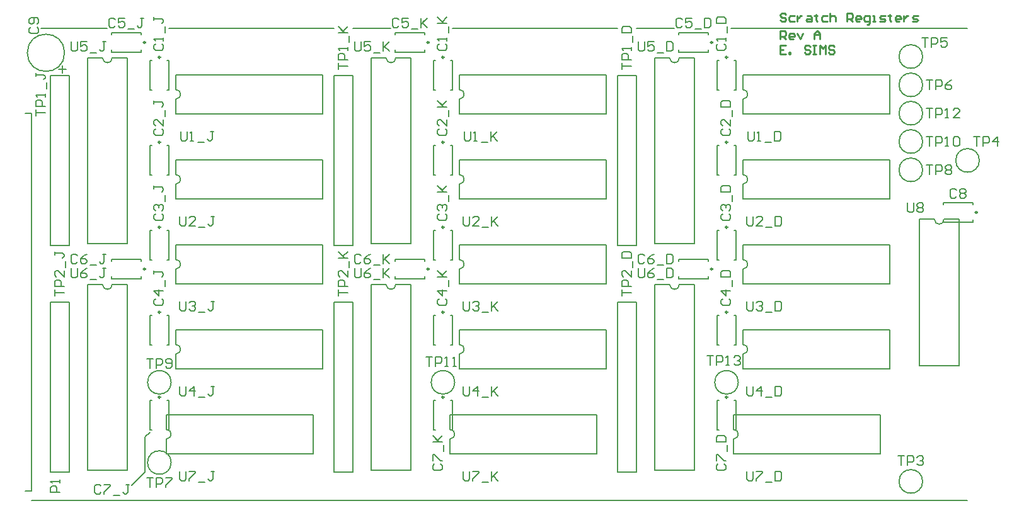
<source format=gto>
G04*
G04 #@! TF.GenerationSoftware,Altium Limited,Altium Designer,21.9.1 (22)*
G04*
G04 Layer_Color=65535*
%FSLAX25Y25*%
%MOIN*%
G70*
G04*
G04 #@! TF.SameCoordinates,B80AF56E-4A6E-45E8-8FAB-FC5278AEAC24*
G04*
G04*
G04 #@! TF.FilePolarity,Positive*
G04*
G01*
G75*
%ADD10C,0.00984*%
%ADD11C,0.00787*%
%ADD12C,0.00500*%
%ADD13C,0.01000*%
%ADD14C,0.00591*%
%ADD15C,0.00800*%
D10*
X165118Y232500D02*
G03*
X165118Y232500I-492J0D01*
G01*
X472992Y164626D02*
G03*
X472992Y164626I-492J0D01*
G01*
X605118Y262500D02*
G03*
X605118Y262500I-492J0D01*
G01*
X315118Y232500D02*
G03*
X315118Y232500I-492J0D01*
G01*
X465118D02*
G03*
X465118Y232500I-492J0D01*
G01*
X472992Y209626D02*
G03*
X472992Y209626I-492J0D01*
G01*
Y254626D02*
G03*
X472992Y254626I-492J0D01*
G01*
Y299626D02*
G03*
X472992Y299626I-492J0D01*
G01*
Y344626D02*
G03*
X472992Y344626I-492J0D01*
G01*
X465118Y352500D02*
G03*
X465118Y352500I-492J0D01*
G01*
X322992Y164626D02*
G03*
X322992Y164626I-492J0D01*
G01*
Y209626D02*
G03*
X322992Y209626I-492J0D01*
G01*
Y254626D02*
G03*
X322992Y254626I-492J0D01*
G01*
Y299626D02*
G03*
X322992Y299626I-492J0D01*
G01*
Y344626D02*
G03*
X322992Y344626I-492J0D01*
G01*
X315118Y352500D02*
G03*
X315118Y352500I-492J0D01*
G01*
X165118D02*
G03*
X165118Y352500I-492J0D01*
G01*
X172992Y344626D02*
G03*
X172992Y344626I-492J0D01*
G01*
Y299626D02*
G03*
X172992Y299626I-492J0D01*
G01*
Y254626D02*
G03*
X172992Y254626I-492J0D01*
G01*
Y209626D02*
G03*
X172992Y209626I-492J0D01*
G01*
Y164626D02*
G03*
X172992Y164626I-492J0D01*
G01*
D11*
X142500Y224213D02*
G03*
X147500Y224213I2500J0D01*
G01*
X481220Y322500D02*
G03*
X481220Y327500I0J2500D01*
G01*
Y277500D02*
G03*
X481220Y282500I0J2500D01*
G01*
Y232500D02*
G03*
X481220Y237500I0J2500D01*
G01*
Y187500D02*
G03*
X481220Y192500I0J2500D01*
G01*
X476221Y142500D02*
G03*
X476221Y147500I0J2500D01*
G01*
X606240Y290000D02*
G03*
X606240Y290000I-6240J0D01*
G01*
X582500Y258780D02*
G03*
X587500Y258780I2500J0D01*
G01*
X292500Y224213D02*
G03*
X297500Y224213I2500J0D01*
G01*
X442500D02*
G03*
X447500Y224213I2500J0D01*
G01*
X442500Y344213D02*
G03*
X447500Y344213I2500J0D01*
G01*
X331221Y322500D02*
G03*
X331221Y327500I0J2500D01*
G01*
Y277500D02*
G03*
X331221Y282500I0J2500D01*
G01*
Y232500D02*
G03*
X331221Y237500I0J2500D01*
G01*
Y187500D02*
G03*
X331221Y192500I0J2500D01*
G01*
X326220Y142500D02*
G03*
X326220Y147500I0J2500D01*
G01*
X292500Y344213D02*
G03*
X297500Y344213I2500J0D01*
G01*
X122343Y347000D02*
G03*
X122343Y347000I-9843J0D01*
G01*
X142500Y344213D02*
G03*
X147500Y344213I2500J0D01*
G01*
X181220Y322500D02*
G03*
X181220Y327500I0J2500D01*
G01*
Y277500D02*
G03*
X181220Y282500I0J2500D01*
G01*
Y232500D02*
G03*
X181220Y237500I0J2500D01*
G01*
Y187500D02*
G03*
X181220Y192500I0J2500D01*
G01*
X176221Y142500D02*
G03*
X176221Y147500I0J2500D01*
G01*
X328740Y172500D02*
G03*
X328740Y172500I-6240J0D01*
G01*
X576240Y300000D02*
G03*
X576240Y300000I-6240J0D01*
G01*
Y120000D02*
G03*
X576240Y120000I-6240J0D01*
G01*
Y345000D02*
G03*
X576240Y345000I-6240J0D01*
G01*
Y330000D02*
G03*
X576240Y330000I-6240J0D01*
G01*
X178740Y130000D02*
G03*
X178740Y130000I-6240J0D01*
G01*
X576240Y285000D02*
G03*
X576240Y285000I-6240J0D01*
G01*
X178740Y172500D02*
G03*
X178740Y172500I-6240J0D01*
G01*
X576240Y315000D02*
G03*
X576240Y315000I-6240J0D01*
G01*
X478740Y172500D02*
G03*
X478740Y172500I-6240J0D01*
G01*
X147205Y227382D02*
X162953D01*
X147205Y237618D02*
X162953D01*
Y227382D02*
Y228465D01*
X147205Y227382D02*
Y228465D01*
X162953Y236535D02*
Y237618D01*
X147205Y236535D02*
Y237618D01*
X155433Y125787D02*
Y224213D01*
X134567Y125787D02*
Y224213D01*
Y125787D02*
X155433D01*
X147500Y224213D02*
X155433D01*
X134567D02*
X142500D01*
X125000Y125000D02*
Y215000D01*
X115000D02*
X125000D01*
X115000Y125000D02*
Y215000D01*
Y125000D02*
X125000D01*
X481221Y314567D02*
Y322500D01*
Y327500D02*
Y335433D01*
X558780Y314567D02*
Y335433D01*
X481221Y314567D02*
X558780D01*
X481221Y335433D02*
X558780D01*
X481221Y269567D02*
Y277500D01*
Y282500D02*
Y290433D01*
X558780Y269567D02*
Y290433D01*
X481221Y269567D02*
X558780D01*
X481221Y290433D02*
X558780D01*
X481221Y224567D02*
Y232500D01*
Y237500D02*
Y245433D01*
X558780Y224567D02*
Y245433D01*
X481221Y224567D02*
X558780D01*
X481221Y245433D02*
X558780D01*
X477618Y147205D02*
Y162953D01*
X467382Y147205D02*
Y162953D01*
X476535D02*
X477618D01*
X476535Y147205D02*
X477618D01*
X467382Y162953D02*
X468465D01*
X467382Y147205D02*
X468465D01*
X481221Y179567D02*
Y187500D01*
Y192500D02*
Y200433D01*
X558780Y179567D02*
Y200433D01*
X481221Y179567D02*
X558780D01*
X481221Y200433D02*
X558780D01*
X476221Y155433D02*
X553780D01*
X476221Y134567D02*
X553780D01*
Y155433D01*
X476221Y147500D02*
Y155433D01*
Y134567D02*
Y142500D01*
X595433Y181221D02*
Y258780D01*
X574567Y181221D02*
Y258780D01*
Y181221D02*
X595433D01*
X587500Y258780D02*
X595433D01*
X574567D02*
X582500D01*
X587205Y257382D02*
X602953D01*
X587205Y267618D02*
X602953D01*
Y257382D02*
Y258465D01*
X587205Y257382D02*
Y258465D01*
X602953Y266535D02*
Y267618D01*
X587205Y266535D02*
Y267618D01*
X297205Y227382D02*
X312953D01*
X297205Y237618D02*
X312953D01*
Y227382D02*
Y228465D01*
X297205Y227382D02*
Y228465D01*
X312953Y236535D02*
Y237618D01*
X297205Y236535D02*
Y237618D01*
X305433Y125787D02*
Y224213D01*
X284567Y125787D02*
Y224213D01*
Y125787D02*
X305433D01*
X297500Y224213D02*
X305433D01*
X284567D02*
X292500D01*
X425000Y125000D02*
Y215000D01*
X415000D02*
X425000D01*
X415000Y125000D02*
Y215000D01*
Y125000D02*
X425000D01*
X455433Y125787D02*
Y224213D01*
X434567Y125787D02*
Y224213D01*
Y125787D02*
X455433D01*
X447500Y224213D02*
X455433D01*
X434567D02*
X442500D01*
X447205Y227382D02*
X462953D01*
X447205Y237618D02*
X462953D01*
Y227382D02*
Y228465D01*
X447205Y227382D02*
Y228465D01*
X462953Y236535D02*
Y237618D01*
X447205Y236535D02*
Y237618D01*
X477618Y192205D02*
Y207953D01*
X467382Y192205D02*
Y207953D01*
X476535D02*
X477618D01*
X476535Y192205D02*
X477618D01*
X467382Y207953D02*
X468465D01*
X467382Y192205D02*
X468465D01*
X477618Y237205D02*
Y252953D01*
X467382Y237205D02*
Y252953D01*
X476535D02*
X477618D01*
X476535Y237205D02*
X477618D01*
X467382Y252953D02*
X468465D01*
X467382Y237205D02*
X468465D01*
X477618Y282205D02*
Y297953D01*
X467382Y282205D02*
Y297953D01*
X476535D02*
X477618D01*
X476535Y282205D02*
X477618D01*
X467382Y297953D02*
X468465D01*
X467382Y282205D02*
X468465D01*
X477618Y327205D02*
Y342953D01*
X467382Y327205D02*
Y342953D01*
X476535D02*
X477618D01*
X476535Y327205D02*
X477618D01*
X467382Y342953D02*
X468465D01*
X467382Y327205D02*
X468465D01*
X447205Y347382D02*
X462953D01*
X447205Y357618D02*
X462953D01*
Y347382D02*
Y348465D01*
X447205Y347382D02*
Y348465D01*
X462953Y356535D02*
Y357618D01*
X447205Y356535D02*
Y357618D01*
X434567Y344213D02*
X442500D01*
X447500D02*
X455433D01*
X434567Y245787D02*
X455433D01*
X434567D02*
Y344213D01*
X455433Y245787D02*
Y344213D01*
X415000Y245000D02*
X425000D01*
X415000D02*
Y335000D01*
X425000D01*
Y245000D02*
Y335000D01*
X331221Y314567D02*
Y322500D01*
Y327500D02*
Y335433D01*
X408780Y314567D02*
Y335433D01*
X331221Y314567D02*
X408780D01*
X331221Y335433D02*
X408780D01*
X331221Y269567D02*
Y277500D01*
Y282500D02*
Y290433D01*
X408780Y269567D02*
Y290433D01*
X331221Y269567D02*
X408780D01*
X331221Y290433D02*
X408780D01*
X331221Y224567D02*
Y232500D01*
Y237500D02*
Y245433D01*
X408780Y224567D02*
Y245433D01*
X331221Y224567D02*
X408780D01*
X331221Y245433D02*
X408780D01*
X331221Y200433D02*
X408780D01*
X331221Y179567D02*
X408780D01*
Y200433D01*
X331221Y192500D02*
Y200433D01*
Y179567D02*
Y187500D01*
X326221Y155433D02*
X403780D01*
X326221Y134567D02*
X403780D01*
Y155433D01*
X326221Y147500D02*
Y155433D01*
Y134567D02*
Y142500D01*
X327618Y147205D02*
Y162953D01*
X317382Y147205D02*
Y162953D01*
X326535D02*
X327618D01*
X326535Y147205D02*
X327618D01*
X317382Y162953D02*
X318465D01*
X317382Y147205D02*
X318465D01*
X327618Y192205D02*
Y207953D01*
X317382Y192205D02*
Y207953D01*
X326535D02*
X327618D01*
X326535Y192205D02*
X327618D01*
X317382Y207953D02*
X318465D01*
X317382Y192205D02*
X318465D01*
X327618Y237205D02*
Y252953D01*
X317382Y237205D02*
Y252953D01*
X326535D02*
X327618D01*
X326535Y237205D02*
X327618D01*
X317382Y252953D02*
X318465D01*
X317382Y237205D02*
X318465D01*
X327618Y282205D02*
Y297953D01*
X317382Y282205D02*
Y297953D01*
X326535D02*
X327618D01*
X326535Y282205D02*
X327618D01*
X317382Y297953D02*
X318465D01*
X317382Y282205D02*
X318465D01*
X327618Y327205D02*
Y342953D01*
X317382Y327205D02*
Y342953D01*
X326535D02*
X327618D01*
X326535Y327205D02*
X327618D01*
X317382Y342953D02*
X318465D01*
X317382Y327205D02*
X318465D01*
X297205Y347382D02*
X312953D01*
X297205Y357618D02*
X312953D01*
Y347382D02*
Y348465D01*
X297205Y347382D02*
Y348465D01*
X312953Y356535D02*
Y357618D01*
X297205Y356535D02*
Y357618D01*
X284567Y344213D02*
X292500D01*
X297500D02*
X305433D01*
X284567Y245787D02*
X305433D01*
X284567D02*
Y344213D01*
X305433Y245787D02*
Y344213D01*
X265000Y245000D02*
X275000D01*
X265000D02*
Y335000D01*
X275000D01*
Y245000D02*
Y335000D01*
X115000Y245000D02*
X125000D01*
X115000D02*
Y335000D01*
X125000D01*
Y245000D02*
Y335000D01*
X134567Y344213D02*
X142500D01*
X147500D02*
X155433D01*
X134567Y245787D02*
X155433D01*
X134567D02*
Y344213D01*
X155433Y245787D02*
Y344213D01*
X147205Y347382D02*
X162953D01*
X147205Y357618D02*
X162953D01*
Y347382D02*
Y348465D01*
X147205Y347382D02*
Y348465D01*
X162953Y356535D02*
Y357618D01*
X147205Y356535D02*
Y357618D01*
X177618Y327205D02*
Y342953D01*
X167382Y327205D02*
Y342953D01*
X176535D02*
X177618D01*
X176535Y327205D02*
X177618D01*
X167382Y342953D02*
X168465D01*
X167382Y327205D02*
X168465D01*
X181221Y335433D02*
X258780D01*
X181221Y314567D02*
X258780D01*
Y335433D01*
X181221Y327500D02*
Y335433D01*
Y314567D02*
Y322500D01*
X177618Y282205D02*
Y297953D01*
X167382Y282205D02*
Y297953D01*
X176535D02*
X177618D01*
X176535Y282205D02*
X177618D01*
X167382Y297953D02*
X168465D01*
X167382Y282205D02*
X168465D01*
X181221Y290433D02*
X258780D01*
X181221Y269567D02*
X258780D01*
Y290433D01*
X181221Y282500D02*
Y290433D01*
Y269567D02*
Y277500D01*
Y245433D02*
X258780D01*
X181221Y224567D02*
X258780D01*
Y245433D01*
X181221Y237500D02*
Y245433D01*
Y224567D02*
Y232500D01*
X177618Y237205D02*
Y252953D01*
X167382Y237205D02*
Y252953D01*
X176535D02*
X177618D01*
X176535Y237205D02*
X177618D01*
X167382Y252953D02*
X168465D01*
X167382Y237205D02*
X168465D01*
X275000Y125000D02*
Y215000D01*
X265000D02*
X275000D01*
X265000Y125000D02*
Y215000D01*
Y125000D02*
X275000D01*
X181221Y200433D02*
X258780D01*
X181221Y179567D02*
X258780D01*
Y200433D01*
X181221Y192500D02*
Y200433D01*
Y179567D02*
Y187500D01*
X177618Y192205D02*
Y207953D01*
X167382Y192205D02*
Y207953D01*
X176535D02*
X177618D01*
X176535Y192205D02*
X177618D01*
X167382Y207953D02*
X168465D01*
X167382Y192205D02*
X168465D01*
X177618Y147205D02*
Y162953D01*
X167382Y147205D02*
Y162953D01*
X176535D02*
X177618D01*
X176535Y147205D02*
X177618D01*
X167382Y162953D02*
X168465D01*
X167382Y147205D02*
X168465D01*
X176221Y155433D02*
X253780D01*
X176221Y134567D02*
X253780D01*
Y155433D01*
X176221Y147500D02*
Y155433D01*
Y134567D02*
Y142500D01*
X101500Y115000D02*
X105000D01*
X101500Y315000D02*
X105000D01*
Y115000D02*
Y122500D01*
Y315000D01*
D12*
X158000Y118000D02*
X165000Y125000D01*
Y143500D02*
X167500Y146000D01*
X165000Y125000D02*
Y143500D01*
X475000Y360000D02*
X600000D01*
X425000D02*
X445000Y360000D01*
X327500Y360000D02*
X415000D01*
X275000D02*
X295000Y360000D01*
X177500Y360000D02*
X265000D01*
X110000Y360000D02*
X145000Y360000D01*
X105000Y110000D02*
X600000Y110000D01*
D13*
X503999Y367250D02*
X503249Y368000D01*
X501750D01*
X501000Y367250D01*
Y366500D01*
X501750Y365751D01*
X503249D01*
X503999Y365001D01*
Y364251D01*
X503249Y363502D01*
X501750D01*
X501000Y364251D01*
X508498Y366500D02*
X506248D01*
X505499Y365751D01*
Y364251D01*
X506248Y363502D01*
X508498D01*
X509997Y366500D02*
Y363502D01*
Y365001D01*
X510747Y365751D01*
X511497Y366500D01*
X512246D01*
X515245D02*
X516745D01*
X517495Y365751D01*
Y363502D01*
X515245D01*
X514496Y364251D01*
X515245Y365001D01*
X517495D01*
X519744Y367250D02*
Y366500D01*
X518994D01*
X520494D01*
X519744D01*
Y364251D01*
X520494Y363502D01*
X525742Y366500D02*
X523493D01*
X522743Y365751D01*
Y364251D01*
X523493Y363502D01*
X525742D01*
X527242Y368000D02*
Y363502D01*
Y365751D01*
X527991Y366500D01*
X529491D01*
X530241Y365751D01*
Y363502D01*
X536239D02*
Y368000D01*
X538488D01*
X539238Y367250D01*
Y365751D01*
X538488Y365001D01*
X536239D01*
X537738D02*
X539238Y363502D01*
X542986D02*
X541487D01*
X540737Y364251D01*
Y365751D01*
X541487Y366500D01*
X542986D01*
X543736Y365751D01*
Y365001D01*
X540737D01*
X546735Y362002D02*
X547485D01*
X548235Y362752D01*
Y366500D01*
X545986D01*
X545236Y365751D01*
Y364251D01*
X545986Y363502D01*
X548235D01*
X549734D02*
X551234D01*
X550484D01*
Y366500D01*
X549734D01*
X553483Y363502D02*
X555732D01*
X556482Y364251D01*
X555732Y365001D01*
X554233D01*
X553483Y365751D01*
X554233Y366500D01*
X556482D01*
X558731Y367250D02*
Y366500D01*
X557982D01*
X559481D01*
X558731D01*
Y364251D01*
X559481Y363502D01*
X563980D02*
X562480D01*
X561730Y364251D01*
Y365751D01*
X562480Y366500D01*
X563980D01*
X564729Y365751D01*
Y365001D01*
X561730D01*
X566229Y366500D02*
Y363502D01*
Y365001D01*
X566979Y365751D01*
X567729Y366500D01*
X568478D01*
X570727Y363502D02*
X572977D01*
X573727Y364251D01*
X572977Y365001D01*
X571477D01*
X570727Y365751D01*
X571477Y366500D01*
X573727D01*
X501000Y354204D02*
Y358702D01*
X503249D01*
X503999Y357952D01*
Y356453D01*
X503249Y355703D01*
X501000D01*
X502499D02*
X503999Y354204D01*
X507748D02*
X506248D01*
X505499Y354953D01*
Y356453D01*
X506248Y357203D01*
X507748D01*
X508498Y356453D01*
Y355703D01*
X505499D01*
X509997Y357203D02*
X511497Y354204D01*
X512996Y357203D01*
X518994Y354204D02*
Y357203D01*
X520494Y358702D01*
X521993Y357203D01*
Y354204D01*
Y356453D01*
X518994D01*
X503999Y350904D02*
X501000D01*
Y346405D01*
X503999D01*
X501000Y348655D02*
X502499D01*
X505499Y346405D02*
Y347155D01*
X506248D01*
Y346405D01*
X505499D01*
X516745Y350154D02*
X515995Y350904D01*
X514496D01*
X513746Y350154D01*
Y349404D01*
X514496Y348655D01*
X515995D01*
X516745Y347905D01*
Y347155D01*
X515995Y346405D01*
X514496D01*
X513746Y347155D01*
X518244Y350904D02*
X519744D01*
X518994D01*
Y346405D01*
X518244D01*
X519744D01*
X521993D02*
Y350904D01*
X523493Y349404D01*
X524992Y350904D01*
Y346405D01*
X529491Y350154D02*
X528741Y350904D01*
X527242D01*
X526492Y350154D01*
Y349404D01*
X527242Y348655D01*
X528741D01*
X529491Y347905D01*
Y347155D01*
X528741Y346405D01*
X527242D01*
X526492Y347155D01*
D14*
X121269Y340212D02*
Y336276D01*
X123237Y338244D02*
X119301D01*
D15*
X462253Y186499D02*
X465585D01*
X463919D01*
Y181501D01*
X467251D02*
Y186499D01*
X469750D01*
X470583Y185666D01*
Y184000D01*
X469750Y183167D01*
X467251D01*
X472250Y181501D02*
X473916D01*
X473083D01*
Y186499D01*
X472250Y185666D01*
X476415D02*
X477248Y186499D01*
X478914D01*
X479747Y185666D01*
Y184833D01*
X478914Y184000D01*
X478081D01*
X478914D01*
X479747Y183167D01*
Y182334D01*
X478914Y181501D01*
X477248D01*
X476415Y182334D01*
X578300Y317499D02*
X581632D01*
X579966D01*
Y312501D01*
X583298D02*
Y317499D01*
X585798D01*
X586631Y316666D01*
Y315000D01*
X585798Y314167D01*
X583298D01*
X588297Y312501D02*
X589963D01*
X589130D01*
Y317499D01*
X588297Y316666D01*
X595794Y312501D02*
X592462D01*
X595794Y315833D01*
Y316666D01*
X594961Y317499D01*
X593295D01*
X592462Y316666D01*
X313586Y185999D02*
X316918D01*
X315252D01*
Y181001D01*
X318584D02*
Y185999D01*
X321083D01*
X321917Y185166D01*
Y183500D01*
X321083Y182667D01*
X318584D01*
X323583Y181001D02*
X325249D01*
X324416D01*
Y185999D01*
X323583Y185166D01*
X327748Y181001D02*
X329414D01*
X328581D01*
Y185999D01*
X327748Y185166D01*
X578300Y302499D02*
X581632D01*
X579966D01*
Y297501D01*
X583298D02*
Y302499D01*
X585798D01*
X586631Y301666D01*
Y300000D01*
X585798Y299167D01*
X583298D01*
X588297Y297501D02*
X589963D01*
X589130D01*
Y302499D01*
X588297Y301666D01*
X592462D02*
X593295Y302499D01*
X594961D01*
X595794Y301666D01*
Y298334D01*
X594961Y297501D01*
X593295D01*
X592462Y298334D01*
Y301666D01*
X165835Y184999D02*
X169168D01*
X167502D01*
Y180001D01*
X170834D02*
Y184999D01*
X173333D01*
X174166Y184166D01*
Y182500D01*
X173333Y181667D01*
X170834D01*
X175832Y180834D02*
X176665Y180001D01*
X178331D01*
X179165Y180834D01*
Y184166D01*
X178331Y184999D01*
X176665D01*
X175832Y184166D01*
Y183333D01*
X176665Y182500D01*
X179165D01*
X578300Y287499D02*
X581632D01*
X579966D01*
Y282501D01*
X583298D02*
Y287499D01*
X585798D01*
X586631Y286666D01*
Y285000D01*
X585798Y284167D01*
X583298D01*
X588297Y286666D02*
X589130Y287499D01*
X590796D01*
X591629Y286666D01*
Y285833D01*
X590796Y285000D01*
X591629Y284167D01*
Y283334D01*
X590796Y282501D01*
X589130D01*
X588297Y283334D01*
Y284167D01*
X589130Y285000D01*
X588297Y285833D01*
Y286666D01*
X589130Y285000D02*
X590796D01*
X165835Y121999D02*
X169168D01*
X167502D01*
Y117001D01*
X170834D02*
Y121999D01*
X173333D01*
X174166Y121166D01*
Y119500D01*
X173333Y118667D01*
X170834D01*
X175832Y121999D02*
X179165D01*
Y121166D01*
X175832Y117834D01*
Y117001D01*
X578300Y332499D02*
X581632D01*
X579966D01*
Y327501D01*
X583298D02*
Y332499D01*
X585798D01*
X586631Y331666D01*
Y330000D01*
X585798Y329167D01*
X583298D01*
X591629Y332499D02*
X589963Y331666D01*
X588297Y330000D01*
Y328334D01*
X589130Y327501D01*
X590796D01*
X591629Y328334D01*
Y329167D01*
X590796Y330000D01*
X588297D01*
X575800Y354999D02*
X579132D01*
X577466D01*
Y350001D01*
X580798D02*
Y354999D01*
X583298D01*
X584131Y354166D01*
Y352500D01*
X583298Y351667D01*
X580798D01*
X589129Y354999D02*
X585797D01*
Y352500D01*
X587463Y353333D01*
X588296D01*
X589129Y352500D01*
Y350834D01*
X588296Y350001D01*
X586630D01*
X585797Y350834D01*
X267084Y218300D02*
Y221632D01*
Y219966D01*
X272083D01*
Y223298D02*
X267084D01*
Y225798D01*
X267917Y226631D01*
X269584D01*
X270416Y225798D01*
Y223298D01*
X272083Y231629D02*
Y228297D01*
X268750Y231629D01*
X267917D01*
X267084Y230796D01*
Y229130D01*
X267917Y228297D01*
X272916Y233295D02*
Y236627D01*
X267084Y238294D02*
X272083D01*
X270416D01*
X267084Y241626D01*
X269584Y239127D01*
X272083Y241626D01*
X117084Y218300D02*
Y221632D01*
Y219966D01*
X122083D01*
Y223298D02*
X117084D01*
Y225798D01*
X117917Y226631D01*
X119583D01*
X120416Y225798D01*
Y223298D01*
X122083Y231629D02*
Y228297D01*
X118750Y231629D01*
X117917D01*
X117084Y230796D01*
Y229130D01*
X117917Y228297D01*
X122916Y233295D02*
Y236627D01*
X117084Y241626D02*
Y239960D01*
Y240793D01*
X121250D01*
X122083Y239960D01*
Y239127D01*
X121250Y238294D01*
X417084Y218300D02*
Y221632D01*
Y219966D01*
X422083D01*
Y223298D02*
X417084D01*
Y225798D01*
X417917Y226631D01*
X419584D01*
X420416Y225798D01*
Y223298D01*
X422083Y231629D02*
Y228297D01*
X418750Y231629D01*
X417917D01*
X417084Y230796D01*
Y229130D01*
X417917Y228297D01*
X422916Y233295D02*
Y236627D01*
X417084Y238294D02*
X422083D01*
Y240793D01*
X421250Y241626D01*
X417917D01*
X417084Y240793D01*
Y238294D01*
X568335Y267499D02*
Y263334D01*
X569168Y262501D01*
X570834D01*
X571667Y263334D01*
Y267499D01*
X573333Y266666D02*
X574166Y267499D01*
X575832D01*
X576665Y266666D01*
Y265833D01*
X575832Y265000D01*
X576665Y264167D01*
Y263334D01*
X575832Y262501D01*
X574166D01*
X573333Y263334D01*
Y264167D01*
X574166Y265000D01*
X573333Y265833D01*
Y266666D01*
X574166Y265000D02*
X575832D01*
X563336Y133499D02*
X566668D01*
X565002D01*
Y128501D01*
X568334D02*
Y133499D01*
X570833D01*
X571666Y132666D01*
Y131000D01*
X570833Y130167D01*
X568334D01*
X573332Y132666D02*
X574165Y133499D01*
X575831D01*
X576664Y132666D01*
Y131833D01*
X575831Y131000D01*
X574998D01*
X575831D01*
X576664Y130167D01*
Y129334D01*
X575831Y128501D01*
X574165D01*
X573332Y129334D01*
X603336Y302499D02*
X606668D01*
X605002D01*
Y297501D01*
X608334D02*
Y302499D01*
X610833D01*
X611666Y301666D01*
Y300000D01*
X610833Y299167D01*
X608334D01*
X615831Y297501D02*
Y302499D01*
X613332Y300000D01*
X616665D01*
X267084Y338300D02*
Y341632D01*
Y339966D01*
X272083D01*
Y343298D02*
X267084D01*
Y345798D01*
X267917Y346631D01*
X269584D01*
X270416Y345798D01*
Y343298D01*
X272083Y348297D02*
Y349963D01*
Y349130D01*
X267084D01*
X267917Y348297D01*
X272916Y352462D02*
Y355794D01*
X267084Y357460D02*
X272083D01*
X270416D01*
X267084Y360793D01*
X269584Y358294D01*
X272083Y360793D01*
X107084Y313754D02*
Y317086D01*
Y315420D01*
X112083D01*
Y318752D02*
X107084D01*
Y321251D01*
X107917Y322084D01*
X109583D01*
X110416Y321251D01*
Y318752D01*
X112083Y323750D02*
Y325416D01*
Y324584D01*
X107084D01*
X107917Y323750D01*
X112916Y327916D02*
Y331248D01*
X107084Y336246D02*
Y334580D01*
Y335413D01*
X111250D01*
X112083Y334580D01*
Y333747D01*
X111250Y332914D01*
X417084Y338300D02*
Y341632D01*
Y339966D01*
X422083D01*
Y343298D02*
X417084D01*
Y345798D01*
X417917Y346631D01*
X419584D01*
X420416Y345798D01*
Y343298D01*
X422083Y348297D02*
Y349963D01*
Y349130D01*
X417084D01*
X417917Y348297D01*
X422916Y352462D02*
Y355794D01*
X417084Y357460D02*
X422083D01*
Y359960D01*
X421250Y360793D01*
X417917D01*
X417084Y359960D01*
Y357460D01*
X104501Y360475D02*
X103668Y359642D01*
Y357976D01*
X104501Y357143D01*
X107834D01*
X108667Y357976D01*
Y359642D01*
X107834Y360475D01*
Y362141D02*
X108667Y362974D01*
Y364640D01*
X107834Y365473D01*
X104501D01*
X103668Y364640D01*
Y362974D01*
X104501Y362141D01*
X105334D01*
X106167Y362974D01*
Y365473D01*
X594167Y274166D02*
X593334Y274999D01*
X591668D01*
X590835Y274166D01*
Y270834D01*
X591668Y270001D01*
X593334D01*
X594167Y270834D01*
X595833Y274166D02*
X596666Y274999D01*
X598332D01*
X599165Y274166D01*
Y273333D01*
X598332Y272500D01*
X599165Y271667D01*
Y270834D01*
X598332Y270001D01*
X596666D01*
X595833Y270834D01*
Y271667D01*
X596666Y272500D01*
X595833Y273333D01*
Y274166D01*
X596666Y272500D02*
X598332D01*
X317917Y129169D02*
X317084Y128335D01*
Y126669D01*
X317917Y125836D01*
X321250D01*
X322083Y126669D01*
Y128335D01*
X321250Y129169D01*
X317084Y130835D02*
Y134167D01*
X317917D01*
X321250Y130835D01*
X322083D01*
X322916Y135833D02*
Y139165D01*
X317084Y140831D02*
X322083D01*
X320416D01*
X317084Y144164D01*
X319584Y141665D01*
X322083Y144164D01*
X141669Y117583D02*
X140835Y118416D01*
X139169D01*
X138336Y117583D01*
Y114250D01*
X139169Y113417D01*
X140835D01*
X141669Y114250D01*
X143335Y118416D02*
X146667D01*
Y117583D01*
X143335Y114250D01*
Y113417D01*
X148333Y112584D02*
X151665D01*
X156664Y118416D02*
X154998D01*
X155831D01*
Y114250D01*
X154998Y113417D01*
X154165D01*
X153331Y114250D01*
X467917Y129169D02*
X467084Y128335D01*
Y126669D01*
X467917Y125836D01*
X471250D01*
X472083Y126669D01*
Y128335D01*
X471250Y129169D01*
X467084Y130835D02*
Y134167D01*
X467917D01*
X471250Y130835D01*
X472083D01*
X472916Y135833D02*
Y139165D01*
X467084Y140831D02*
X472083D01*
Y143331D01*
X471250Y144164D01*
X467917D01*
X467084Y143331D01*
Y140831D01*
X279169Y239583D02*
X278335Y240416D01*
X276669D01*
X275836Y239583D01*
Y236250D01*
X276669Y235417D01*
X278335D01*
X279169Y236250D01*
X284167Y240416D02*
X282501Y239583D01*
X280835Y237916D01*
Y236250D01*
X281668Y235417D01*
X283334D01*
X284167Y236250D01*
Y237084D01*
X283334Y237916D01*
X280835D01*
X285833Y234584D02*
X289165D01*
X290831Y240416D02*
Y235417D01*
Y237084D01*
X294164Y240416D01*
X291665Y237916D01*
X294164Y235417D01*
X129169Y239583D02*
X128335Y240416D01*
X126669D01*
X125836Y239583D01*
Y236250D01*
X126669Y235417D01*
X128335D01*
X129169Y236250D01*
X134167Y240416D02*
X132501Y239583D01*
X130835Y237916D01*
Y236250D01*
X131668Y235417D01*
X133334D01*
X134167Y236250D01*
Y237084D01*
X133334Y237916D01*
X130835D01*
X135833Y234584D02*
X139165D01*
X144164Y240416D02*
X142498D01*
X143331D01*
Y236250D01*
X142498Y235417D01*
X141665D01*
X140831Y236250D01*
X429169Y239583D02*
X428336Y240416D01*
X426669D01*
X425836Y239583D01*
Y236250D01*
X426669Y235417D01*
X428336D01*
X429169Y236250D01*
X434167Y240416D02*
X432501Y239583D01*
X430835Y237916D01*
Y236250D01*
X431668Y235417D01*
X433334D01*
X434167Y236250D01*
Y237084D01*
X433334Y237916D01*
X430835D01*
X435833Y234584D02*
X439165D01*
X440831Y240416D02*
Y235417D01*
X443331D01*
X444164Y236250D01*
Y239583D01*
X443331Y240416D01*
X440831D01*
X299169Y364583D02*
X298336Y365416D01*
X296669D01*
X295836Y364583D01*
Y361250D01*
X296669Y360417D01*
X298336D01*
X299169Y361250D01*
X304167Y365416D02*
X300835D01*
Y362916D01*
X302501Y363750D01*
X303334D01*
X304167Y362916D01*
Y361250D01*
X303334Y360417D01*
X301668D01*
X300835Y361250D01*
X305833Y359584D02*
X309165D01*
X310831Y365416D02*
Y360417D01*
Y362084D01*
X314164Y365416D01*
X311665Y362916D01*
X314164Y360417D01*
X149169Y364583D02*
X148336Y365416D01*
X146669D01*
X145836Y364583D01*
Y361250D01*
X146669Y360417D01*
X148336D01*
X149169Y361250D01*
X154167Y365416D02*
X150835D01*
Y362916D01*
X152501Y363750D01*
X153334D01*
X154167Y362916D01*
Y361250D01*
X153334Y360417D01*
X151668D01*
X150835Y361250D01*
X155833Y359584D02*
X159165D01*
X164164Y365416D02*
X162498D01*
X163331D01*
Y361250D01*
X162498Y360417D01*
X161664D01*
X160831Y361250D01*
X449169Y364583D02*
X448336Y365416D01*
X446669D01*
X445836Y364583D01*
Y361250D01*
X446669Y360417D01*
X448336D01*
X449169Y361250D01*
X454167Y365416D02*
X450835D01*
Y362916D01*
X452501Y363750D01*
X453334D01*
X454167Y362916D01*
Y361250D01*
X453334Y360417D01*
X451668D01*
X450835Y361250D01*
X455833Y359584D02*
X459165D01*
X460831Y365416D02*
Y360417D01*
X463331D01*
X464164Y361250D01*
Y364583D01*
X463331Y365416D01*
X460831D01*
X320417Y216632D02*
X319584Y215799D01*
Y214133D01*
X320417Y213300D01*
X323750D01*
X324583Y214133D01*
Y215799D01*
X323750Y216632D01*
X324583Y220798D02*
X319584D01*
X322083Y218298D01*
Y221631D01*
X325416Y223297D02*
Y226629D01*
X319584Y228295D02*
X324583D01*
X322917D01*
X319584Y231627D01*
X322083Y229128D01*
X324583Y231627D01*
X170417Y216632D02*
X169584Y215799D01*
Y214133D01*
X170417Y213300D01*
X173750D01*
X174583Y214133D01*
Y215799D01*
X173750Y216632D01*
X174583Y220798D02*
X169584D01*
X172083Y218298D01*
Y221631D01*
X175416Y223297D02*
Y226629D01*
X169584Y231627D02*
Y229961D01*
Y230794D01*
X173750D01*
X174583Y229961D01*
Y229128D01*
X173750Y228295D01*
X470417Y216632D02*
X469584Y215799D01*
Y214133D01*
X470417Y213300D01*
X473750D01*
X474583Y214133D01*
Y215799D01*
X473750Y216632D01*
X474583Y220798D02*
X469584D01*
X472084Y218298D01*
Y221631D01*
X475416Y223297D02*
Y226629D01*
X469584Y228295D02*
X474583D01*
Y230794D01*
X473750Y231627D01*
X470417D01*
X469584Y230794D01*
Y228295D01*
X320417Y261632D02*
X319584Y260799D01*
Y259133D01*
X320417Y258300D01*
X323750D01*
X324583Y259133D01*
Y260799D01*
X323750Y261632D01*
X320417Y263298D02*
X319584Y264131D01*
Y265798D01*
X320417Y266631D01*
X321250D01*
X322083Y265798D01*
Y264965D01*
Y265798D01*
X322917Y266631D01*
X323750D01*
X324583Y265798D01*
Y264131D01*
X323750Y263298D01*
X325416Y268297D02*
Y271629D01*
X319584Y273295D02*
X324583D01*
X322917D01*
X319584Y276627D01*
X322083Y274128D01*
X324583Y276627D01*
X170417Y261632D02*
X169584Y260799D01*
Y259133D01*
X170417Y258300D01*
X173750D01*
X174583Y259133D01*
Y260799D01*
X173750Y261632D01*
X170417Y263298D02*
X169584Y264131D01*
Y265798D01*
X170417Y266631D01*
X171250D01*
X172083Y265798D01*
Y264965D01*
Y265798D01*
X172916Y266631D01*
X173750D01*
X174583Y265798D01*
Y264131D01*
X173750Y263298D01*
X175416Y268297D02*
Y271629D01*
X169584Y276627D02*
Y274961D01*
Y275794D01*
X173750D01*
X174583Y274961D01*
Y274128D01*
X173750Y273295D01*
X470417Y261632D02*
X469584Y260799D01*
Y259133D01*
X470417Y258300D01*
X473750D01*
X474583Y259133D01*
Y260799D01*
X473750Y261632D01*
X470417Y263298D02*
X469584Y264131D01*
Y265798D01*
X470417Y266631D01*
X471250D01*
X472084Y265798D01*
Y264965D01*
Y265798D01*
X472917Y266631D01*
X473750D01*
X474583Y265798D01*
Y264131D01*
X473750Y263298D01*
X475416Y268297D02*
Y271629D01*
X469584Y273295D02*
X474583D01*
Y275794D01*
X473750Y276627D01*
X470417D01*
X469584Y275794D01*
Y273295D01*
X320417Y306632D02*
X319584Y305799D01*
Y304133D01*
X320417Y303300D01*
X323750D01*
X324583Y304133D01*
Y305799D01*
X323750Y306632D01*
X324583Y311631D02*
Y308298D01*
X321250Y311631D01*
X320417D01*
X319584Y310798D01*
Y309131D01*
X320417Y308298D01*
X325416Y313297D02*
Y316629D01*
X319584Y318295D02*
X324583D01*
X322917D01*
X319584Y321627D01*
X322083Y319128D01*
X324583Y321627D01*
X170417Y306632D02*
X169584Y305799D01*
Y304133D01*
X170417Y303300D01*
X173750D01*
X174583Y304133D01*
Y305799D01*
X173750Y306632D01*
X174583Y311631D02*
Y308298D01*
X171250Y311631D01*
X170417D01*
X169584Y310798D01*
Y309131D01*
X170417Y308298D01*
X175416Y313297D02*
Y316629D01*
X169584Y321627D02*
Y319961D01*
Y320794D01*
X173750D01*
X174583Y319961D01*
Y319128D01*
X173750Y318295D01*
X470417Y306632D02*
X469584Y305799D01*
Y304133D01*
X470417Y303300D01*
X473750D01*
X474583Y304133D01*
Y305799D01*
X473750Y306632D01*
X474583Y311631D02*
Y308298D01*
X471250Y311631D01*
X470417D01*
X469584Y310798D01*
Y309131D01*
X470417Y308298D01*
X475416Y313297D02*
Y316629D01*
X469584Y318295D02*
X474583D01*
Y320794D01*
X473750Y321627D01*
X470417D01*
X469584Y320794D01*
Y318295D01*
X320417Y351632D02*
X319584Y350799D01*
Y349133D01*
X320417Y348300D01*
X323750D01*
X324583Y349133D01*
Y350799D01*
X323750Y351632D01*
X324583Y353298D02*
Y354964D01*
Y354131D01*
X319584D01*
X320417Y353298D01*
X325416Y357464D02*
Y360796D01*
X319584Y362462D02*
X324583D01*
X322917D01*
X319584Y365794D01*
X322083Y363295D01*
X324583Y365794D01*
X170417Y351632D02*
X169584Y350799D01*
Y349133D01*
X170417Y348300D01*
X173750D01*
X174583Y349133D01*
Y350799D01*
X173750Y351632D01*
X174583Y353298D02*
Y354964D01*
Y354131D01*
X169584D01*
X170417Y353298D01*
X175416Y357464D02*
Y360796D01*
X169584Y365794D02*
Y364128D01*
Y364961D01*
X173750D01*
X174583Y364128D01*
Y363295D01*
X173750Y362462D01*
X467917Y351632D02*
X467084Y350799D01*
Y349133D01*
X467917Y348300D01*
X471250D01*
X472083Y349133D01*
Y350799D01*
X471250Y351632D01*
X472083Y353298D02*
Y354964D01*
Y354131D01*
X467084D01*
X467917Y353298D01*
X472916Y357464D02*
Y360796D01*
X467084Y362462D02*
X472083D01*
Y364961D01*
X471250Y365794D01*
X467917D01*
X467084Y364961D01*
Y362462D01*
X333336Y125416D02*
Y121250D01*
X334169Y120417D01*
X335836D01*
X336669Y121250D01*
Y125416D01*
X338335D02*
X341667D01*
Y124583D01*
X338335Y121250D01*
Y120417D01*
X343333Y119584D02*
X346665D01*
X348331Y125416D02*
Y120417D01*
Y122083D01*
X351664Y125416D01*
X349165Y122916D01*
X351664Y120417D01*
X183336Y125416D02*
Y121250D01*
X184169Y120417D01*
X185836D01*
X186669Y121250D01*
Y125416D01*
X188335D02*
X191667D01*
Y124583D01*
X188335Y121250D01*
Y120417D01*
X193333Y119584D02*
X196665D01*
X201664Y125416D02*
X199998D01*
X200831D01*
Y121250D01*
X199998Y120417D01*
X199164D01*
X198331Y121250D01*
X483336Y125416D02*
Y121250D01*
X484169Y120417D01*
X485836D01*
X486669Y121250D01*
Y125416D01*
X488335D02*
X491667D01*
Y124583D01*
X488335Y121250D01*
Y120417D01*
X493333Y119584D02*
X496665D01*
X498331Y125416D02*
Y120417D01*
X500831D01*
X501664Y121250D01*
Y124583D01*
X500831Y125416D01*
X498331D01*
X275836Y232916D02*
Y228750D01*
X276669Y227917D01*
X278335D01*
X279169Y228750D01*
Y232916D01*
X284167D02*
X282501Y232083D01*
X280835Y230416D01*
Y228750D01*
X281668Y227917D01*
X283334D01*
X284167Y228750D01*
Y229584D01*
X283334Y230416D01*
X280835D01*
X285833Y227084D02*
X289165D01*
X290831Y232916D02*
Y227917D01*
Y229584D01*
X294164Y232916D01*
X291665Y230416D01*
X294164Y227917D01*
X425836Y232916D02*
Y228750D01*
X426669Y227917D01*
X428336D01*
X429169Y228750D01*
Y232916D01*
X434167D02*
X432501Y232083D01*
X430835Y230416D01*
Y228750D01*
X431668Y227917D01*
X433334D01*
X434167Y228750D01*
Y229584D01*
X433334Y230416D01*
X430835D01*
X435833Y227084D02*
X439165D01*
X440831Y232916D02*
Y227917D01*
X443331D01*
X444164Y228750D01*
Y232083D01*
X443331Y232916D01*
X440831D01*
X275836Y352916D02*
Y348750D01*
X276669Y347917D01*
X278335D01*
X279169Y348750D01*
Y352916D01*
X284167D02*
X280835D01*
Y350416D01*
X282501Y351250D01*
X283334D01*
X284167Y350416D01*
Y348750D01*
X283334Y347917D01*
X281668D01*
X280835Y348750D01*
X285833Y347084D02*
X289165D01*
X290831Y352916D02*
Y347917D01*
Y349584D01*
X294164Y352916D01*
X291665Y350416D01*
X294164Y347917D01*
X425836Y352916D02*
Y348750D01*
X426669Y347917D01*
X428336D01*
X429169Y348750D01*
Y352916D01*
X434167D02*
X430835D01*
Y350416D01*
X432501Y351250D01*
X433334D01*
X434167Y350416D01*
Y348750D01*
X433334Y347917D01*
X431668D01*
X430835Y348750D01*
X435833Y347084D02*
X439165D01*
X440831Y352916D02*
Y347917D01*
X443331D01*
X444164Y348750D01*
Y352083D01*
X443331Y352916D01*
X440831D01*
X333336Y170416D02*
Y166250D01*
X334169Y165417D01*
X335836D01*
X336669Y166250D01*
Y170416D01*
X340834Y165417D02*
Y170416D01*
X338335Y167917D01*
X341667D01*
X343333Y164584D02*
X346665D01*
X348331Y170416D02*
Y165417D01*
Y167084D01*
X351664Y170416D01*
X349165Y167917D01*
X351664Y165417D01*
X483336Y170416D02*
Y166250D01*
X484169Y165417D01*
X485836D01*
X486669Y166250D01*
Y170416D01*
X490834Y165417D02*
Y170416D01*
X488335Y167917D01*
X491667D01*
X493333Y164584D02*
X496665D01*
X498331Y170416D02*
Y165417D01*
X500831D01*
X501664Y166250D01*
Y169583D01*
X500831Y170416D01*
X498331D01*
X333336Y260416D02*
Y256250D01*
X334169Y255417D01*
X335836D01*
X336669Y256250D01*
Y260416D01*
X341667Y255417D02*
X338335D01*
X341667Y258750D01*
Y259583D01*
X340834Y260416D01*
X339168D01*
X338335Y259583D01*
X343333Y254584D02*
X346665D01*
X348331Y260416D02*
Y255417D01*
Y257084D01*
X351664Y260416D01*
X349165Y257916D01*
X351664Y255417D01*
X483336Y260416D02*
Y256250D01*
X484169Y255417D01*
X485836D01*
X486669Y256250D01*
Y260416D01*
X491667Y255417D02*
X488335D01*
X491667Y258750D01*
Y259583D01*
X490834Y260416D01*
X489168D01*
X488335Y259583D01*
X493333Y254584D02*
X496665D01*
X498331Y260416D02*
Y255417D01*
X500831D01*
X501664Y256250D01*
Y259583D01*
X500831Y260416D01*
X498331D01*
X333336Y215416D02*
Y211250D01*
X334169Y210417D01*
X335836D01*
X336669Y211250D01*
Y215416D01*
X338335Y214583D02*
X339168Y215416D01*
X340834D01*
X341667Y214583D01*
Y213750D01*
X340834Y212916D01*
X340001D01*
X340834D01*
X341667Y212084D01*
Y211250D01*
X340834Y210417D01*
X339168D01*
X338335Y211250D01*
X343333Y209584D02*
X346665D01*
X348331Y215416D02*
Y210417D01*
Y212084D01*
X351664Y215416D01*
X349165Y212916D01*
X351664Y210417D01*
X483336Y215416D02*
Y211250D01*
X484169Y210417D01*
X485836D01*
X486669Y211250D01*
Y215416D01*
X488335Y214583D02*
X489168Y215416D01*
X490834D01*
X491667Y214583D01*
Y213750D01*
X490834Y212916D01*
X490001D01*
X490834D01*
X491667Y212084D01*
Y211250D01*
X490834Y210417D01*
X489168D01*
X488335Y211250D01*
X493333Y209584D02*
X496665D01*
X498331Y215416D02*
Y210417D01*
X500831D01*
X501664Y211250D01*
Y214583D01*
X500831Y215416D01*
X498331D01*
X333753Y305416D02*
Y301250D01*
X334586Y300417D01*
X336252D01*
X337085Y301250D01*
Y305416D01*
X338751Y300417D02*
X340417D01*
X339584D01*
Y305416D01*
X338751Y304583D01*
X342916Y299584D02*
X346249D01*
X347915Y305416D02*
Y300417D01*
Y302083D01*
X351247Y305416D01*
X348748Y302917D01*
X351247Y300417D01*
X483753Y305416D02*
Y301250D01*
X484586Y300417D01*
X486252D01*
X487085Y301250D01*
Y305416D01*
X488751Y300417D02*
X490417D01*
X489584D01*
Y305416D01*
X488751Y304583D01*
X492916Y299584D02*
X496249D01*
X497915Y305416D02*
Y300417D01*
X500414D01*
X501247Y301250D01*
Y304583D01*
X500414Y305416D01*
X497915D01*
X125836Y232916D02*
Y228750D01*
X126669Y227917D01*
X128335D01*
X129169Y228750D01*
Y232916D01*
X134167D02*
X132501Y232083D01*
X130835Y230416D01*
Y228750D01*
X131668Y227917D01*
X133334D01*
X134167Y228750D01*
Y229584D01*
X133334Y230416D01*
X130835D01*
X135833Y227084D02*
X139165D01*
X144164Y232916D02*
X142498D01*
X143331D01*
Y228750D01*
X142498Y227917D01*
X141665D01*
X140831Y228750D01*
X125836Y352916D02*
Y348750D01*
X126669Y347917D01*
X128335D01*
X129169Y348750D01*
Y352916D01*
X134167D02*
X130835D01*
Y350416D01*
X132501Y351250D01*
X133334D01*
X134167Y350416D01*
Y348750D01*
X133334Y347917D01*
X131668D01*
X130835Y348750D01*
X135833Y347084D02*
X139165D01*
X144164Y352916D02*
X142498D01*
X143331D01*
Y348750D01*
X142498Y347917D01*
X141665D01*
X140831Y348750D01*
X183336Y170416D02*
Y166250D01*
X184169Y165417D01*
X185836D01*
X186669Y166250D01*
Y170416D01*
X190834Y165417D02*
Y170416D01*
X188335Y167917D01*
X191667D01*
X193333Y164584D02*
X196665D01*
X201664Y170416D02*
X199998D01*
X200831D01*
Y166250D01*
X199998Y165417D01*
X199164D01*
X198331Y166250D01*
X183336Y260416D02*
Y256250D01*
X184169Y255417D01*
X185836D01*
X186669Y256250D01*
Y260416D01*
X191667Y255417D02*
X188335D01*
X191667Y258750D01*
Y259583D01*
X190834Y260416D01*
X189168D01*
X188335Y259583D01*
X193333Y254584D02*
X196665D01*
X201664Y260416D02*
X199998D01*
X200831D01*
Y256250D01*
X199998Y255417D01*
X199164D01*
X198331Y256250D01*
X183336Y215416D02*
Y211250D01*
X184169Y210417D01*
X185836D01*
X186669Y211250D01*
Y215416D01*
X188335Y214583D02*
X189168Y215416D01*
X190834D01*
X191667Y214583D01*
Y213750D01*
X190834Y212916D01*
X190001D01*
X190834D01*
X191667Y212084D01*
Y211250D01*
X190834Y210417D01*
X189168D01*
X188335Y211250D01*
X193333Y209584D02*
X196665D01*
X201664Y215416D02*
X199998D01*
X200831D01*
Y211250D01*
X199998Y210417D01*
X199164D01*
X198331Y211250D01*
X183753Y305416D02*
Y301250D01*
X184586Y300417D01*
X186252D01*
X187085Y301250D01*
Y305416D01*
X188751Y300417D02*
X190417D01*
X189584D01*
Y305416D01*
X188751Y304583D01*
X192917Y299584D02*
X196249D01*
X201247Y305416D02*
X199581D01*
X200414D01*
Y301250D01*
X199581Y300417D01*
X198748D01*
X197915Y301250D01*
X119999Y114168D02*
X115001D01*
Y116667D01*
X115834Y117500D01*
X117500D01*
X118333Y116667D01*
Y114168D01*
X119999Y119166D02*
Y120832D01*
Y119999D01*
X115001D01*
X115834Y119166D01*
M02*

</source>
